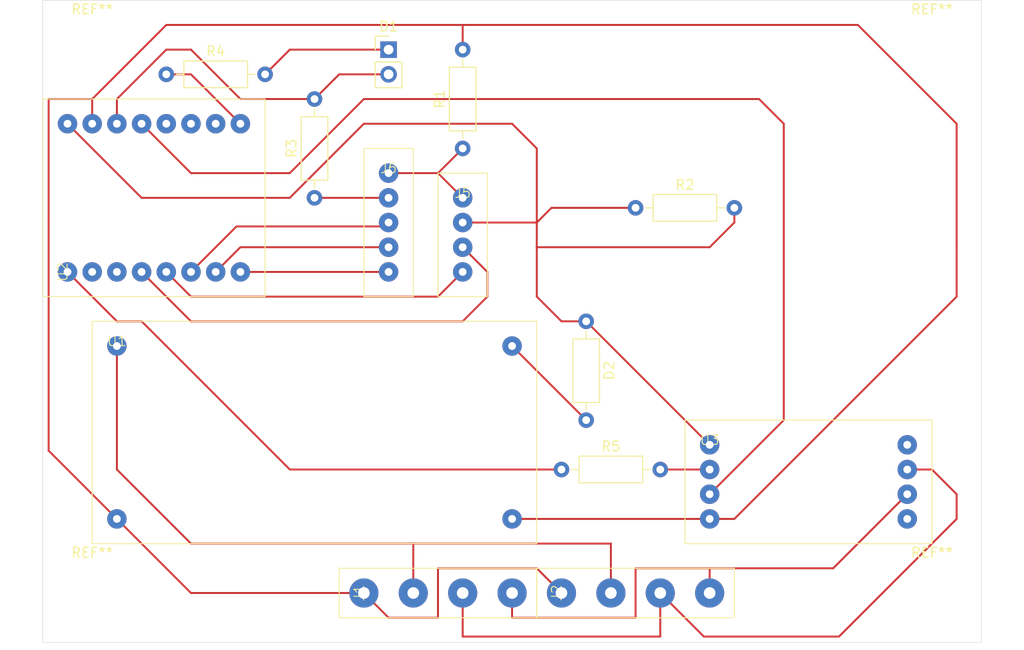
<source format=kicad_pcb>
(kicad_pcb (version 20241229) (generator "pcbnew") (generator_version "9.0")
  (layers (0 "F.Cu" signal) (2 "B.Cu" signal) (13 "F.Paste" user) (15 "B.Paste" user) (5 "F.SilkS" user "F.Silkscreen") (7 "B.SilkS" user "B.Silkscreen") (1 "F.Mask" user) (3 "B.Mask" user) (25 "Edge.Cuts" user))
  (net 0 "")
  (net 1 "/CANH")
  (net 2 "/CANL")
  (net 3 "/12V")
  (net 4 "/GND")
  (net 5 "/5V")
  (net 9 "Net-(J5-Pin_3)")
  (net 10 "Net-(J5-Pin_4)")
  (net 11 "Net-(D1-K)")
  (net 12 "Net-(J6-Pin_4)")
  (net 14 "Net-(J6-Pin_5)")
  (net 15 "Net-(J6-Pin_3)")
  (net 17 "Net-(U2-Pin_1)")
  (net 18 "/3V3")
  (net 19 "Net-(U2-Pin_13)")
  (net 22 "Net-(U2-Pin_9)")
  (net 23 "Net-(D2-A)")
  (net 24 "Net-(U3-Pin_2)")
  (footprint "Resistor_THT:R_Axial_DIN0207_L6.3mm_D2.5mm_P10.16mm_Horizontal" (layer "F.Cu") (at 81.28 58.42 -90)
    (property "Reference" "D2" (at 5.08 -2.37 90) (layer "F.SilkS"))
    (property "Value" "D")
    (fp_line (start 1.04 0) (end 1.81 0) (stroke (width 0.12)) (layer "F.SilkS"))
    (fp_line (start 9.12 0) (end 8.35 0) (stroke (width 0.12)) (layer "F.SilkS"))
    (fp_rect (start 1.81 -1.37) (end 8.35 1.37) (stroke (width 0.12)) (fill no) (layer "F.SilkS"))
    (pad "1" thru_hole circle (at 0 0 270) (size 1.6 1.6) (drill 0.8) (layers "*.Cu" "*.Mask") (net 5 "/5V"))
    (pad "2" thru_hole circle (at 10.16 0 270) (size 1.6 1.6) (drill 0.8) (layers "*.Cu" "*.Mask") (net 23 "Net-(D2-A)"))
  )
  (footprint "Resistor_THT:R_Axial_DIN0207_L6.3mm_D2.5mm_P10.16mm_Horizontal" (layer "F.Cu") (at 78.74 73.66)
    (property "Reference" "R5" (at 5.08 -2.37 0) (layer "F.SilkS"))
    (property "Value" "~")
    (fp_line (start 1.04 0) (end 1.81 0) (stroke (width 0.12)) (layer "F.SilkS"))
    (fp_line (start 9.12 0) (end 8.35 0) (stroke (width 0.12)) (layer "F.SilkS"))
    (fp_rect (start 1.81 -1.37) (end 8.35 1.37) (stroke (width 0.12)) (fill no) (layer "F.SilkS"))
    (pad "1" thru_hole circle (at 0 0) (size 1.6 1.6) (drill 0.8) (layers "*.Cu" "*.Mask") (net 17 "Net-(U2-Pin_1)"))
    (pad "2" thru_hole circle (at 10.16 0) (size 1.6 1.6) (drill 0.8) (layers "*.Cu" "*.Mask") (net 24 "Net-(U3-Pin_2)"))
  )
  (footprint "Peabrain:TJA1050" (layer "F.Cu") (at 93.98 71.12)
    (property "Reference" "U3" (at 0 -0.5 0) (layer "F.SilkS") (effects (font (thickness 0.1))))
    (property "Value" "TJA1050")
    (fp_rect (start -2.54 -2.54) (end 22.86 10.16) (stroke (width 0.1)) (fill no) (layer "F.SilkS"))
    (pad "1" thru_hole circle (at 0 0) (size 2 2) (drill 0.8) (layers "*.Cu" "F.Mask" "F.Paste") (net 5 "/5V"))
    (pad "2" thru_hole circle (at 0 2.54) (size 2 2) (drill 0.8) (layers "*.Cu" "F.Mask" "F.Paste") (net 24 "Net-(U3-Pin_2)"))
    (pad "3" thru_hole circle (at 0 5.08) (size 2 2) (drill 0.8) (layers "*.Cu" "F.Mask" "F.Paste") (net 19 "Net-(U2-Pin_13)"))
    (pad "4" thru_hole circle (at 0 7.62) (size 2 2) (drill 0.8) (layers "*.Cu" "F.Mask" "F.Paste") (net 4 "/GND"))
    (pad "5" thru_hole circle (at 20.32 7.62) (size 2 2) (drill 0.8) (layers "*.Cu" "F.Mask" "F.Paste"))
    (pad "6" thru_hole circle (at 20.32 5.08) (size 2 2) (drill 0.8) (layers "*.Cu" "F.Mask" "F.Paste") (net 2 "/CANL"))
    (pad "7" thru_hole circle (at 20.32 2.54) (size 2 2) (drill 0.8) (layers "*.Cu" "F.Mask" "F.Paste") (net 1 "/CANH"))
    (pad "8" thru_hole circle (at 20.32 0) (size 2 2) (drill 0.8) (layers "*.Cu" "F.Mask" "F.Paste"))
  )
  (footprint "Connector_PinHeader_2.54mm:PinHeader_1x02_P2.54mm_Vertical" (layer "F.Cu") (at 60.96 30.48)
    (property "Reference" "D1" (at 0 -2.38 0) (layer "F.SilkS"))
    (property "Value" "LED")
    (fp_line (start -1.38 -1.38) (end 0 -1.38) (stroke (width 0.12)) (layer "F.SilkS"))
    (fp_line (start -1.38 0) (end -1.38 -1.38) (stroke (width 0.12)) (layer "F.SilkS"))
    (fp_line (start -1.38 1.27) (end -1.38 3.92) (stroke (width 0.12)) (layer "F.SilkS"))
    (fp_line (start -1.38 1.27) (end 1.38 1.27) (stroke (width 0.12)) (layer "F.SilkS"))
    (fp_line (start -1.38 3.92) (end 1.38 3.92) (stroke (width 0.12)) (layer "F.SilkS"))
    (fp_line (start 1.38 1.27) (end 1.38 3.92) (stroke (width 0.12)) (layer "F.SilkS"))
    (pad "1" thru_hole rect (at 0 0) (size 1.7 1.7) (drill 1) (layers "*.Cu" "*.Mask") (net 11 "Net-(D1-K)"))
    (pad "2" thru_hole circle (at 0 2.54) (size 1.7 1.7) (drill 1) (layers "*.Cu" "*.Mask") (net 18 "/3V3"))
  )
  (footprint "MountingHole:MountingHole_3.2mm_M3" (layer "F.Cu") (at 30.48 30.48)
    (property "Reference" "REF**" (at 0 -4.15 0) (layer "F.SilkS"))
    (property "Value" "MountingHole_3.2mm_M3")
    (pad "" np_thru_hole circle (at 0 0) (size 3.2 3.2) (drill 3.2) (layers "*.Cu" "*.Mask"))
  )
  (footprint "Resistor_THT:R_Axial_DIN0207_L6.3mm_D2.5mm_P10.16mm_Horizontal" (layer "F.Cu") (at 38.1 33.02)
    (property "Reference" "R4" (at 5.08 -2.37 0) (layer "F.SilkS"))
    (property "Value" "R")
    (fp_line (start 1.04 0) (end 1.81 0) (stroke (width 0.12)) (layer "F.SilkS"))
    (fp_line (start 9.12 0) (end 8.35 0) (stroke (width 0.12)) (layer "F.SilkS"))
    (fp_rect (start 1.81 -1.37) (end 8.35 1.37) (stroke (width 0.12)) (fill no) (layer "F.SilkS"))
    (pad "1" thru_hole circle (at 0 0) (size 1.6 1.6) (drill 0.8) (layers "*.Cu" "*.Mask") (net 22 "Net-(U2-Pin_9)"))
    (pad "2" thru_hole circle (at 10.16 0) (size 1.6 1.6) (drill 0.8) (layers "*.Cu" "*.Mask") (net 11 "Net-(D1-K)"))
  )
  (footprint "Peabrain:ScrewTerminals_4P" (layer "F.Cu") (at 78.74 86.36 90)
    (property "Reference" "J2" (at 0 -0.5 90) (layer "F.SilkS") (effects (font (thickness 0.1))))
    (property "Value" "Screw Terminal")
    (fp_rect (start -2.54 -2.54) (end 2.54 17.78) (stroke (width 0.1)) (fill no) (layer "F.SilkS"))
    (pad "1" thru_hole circle (at 0 0 90) (size 3 3) (drill 1.2) (layers "*.Cu" "F.Mask" "F.Paste") (net 4 "/GND"))
    (pad "2" thru_hole circle (at 0 5.08 90) (size 3 3) (drill 1.2) (layers "*.Cu" "F.Mask" "F.Paste") (net 3 "/12V"))
    (pad "3" thru_hole circle (at 0 10.16 90) (size 3 3) (drill 1.2) (layers "*.Cu" "F.Mask" "F.Paste") (net 1 "/CANH"))
    (pad "4" thru_hole circle (at 0 15.24 90) (size 3 3) (drill 1.2) (layers "*.Cu" "F.Mask" "F.Paste") (net 2 "/CANL"))
  )
  (footprint "Resistor_THT:R_Axial_DIN0207_L6.3mm_D2.5mm_P10.16mm_Horizontal" (layer "F.Cu") (at 68.58 40.64 90)
    (property "Reference" "R1" (at 5.08 -2.37 90) (layer "F.SilkS"))
    (property "Value" "R")
    (fp_line (start 9.12 0) (end 8.35 0) (stroke (width 0.12)) (layer "F.SilkS"))
    (fp_line (start 1.04 0) (end 1.81 0) (stroke (width 0.12)) (layer "F.SilkS"))
    (fp_rect (start 1.81 -1.37) (end 8.35 1.37) (stroke (width 0.12)) (fill no) (layer "F.SilkS"))
    (pad "1" thru_hole circle (at 0 0 90) (size 1.6 1.6) (drill 0.8) (layers "*.Cu" "*.Mask") (net 4 "/GND"))
    (pad "2" thru_hole circle (at 10.16 0 90) (size 1.6 1.6) (drill 0.8) (layers "*.Cu" "*.Mask") (net 4 "/GND"))
  )
  (footprint "Peabrain:ScrewTerminals_4P" (layer "F.Cu") (at 58.42 86.36 90)
    (property "Reference" "J1" (at 0 -0.5 90) (layer "F.SilkS") (effects (font (thickness 0.1))))
    (property "Value" "Screw Termial")
    (fp_rect (start -2.54 -2.54) (end 2.54 17.78) (stroke (width 0.1)) (fill no) (layer "F.SilkS"))
    (pad "1" thru_hole circle (at 0 0 90) (size 3 3) (drill 1.2) (layers "*.Cu" "F.Mask" "F.Paste") (net 4 "/GND"))
    (pad "2" thru_hole circle (at 0 5.08 90) (size 3 3) (drill 1.2) (layers "*.Cu" "F.Mask" "F.Paste") (net 3 "/12V"))
    (pad "3" thru_hole circle (at 0 10.16 90) (size 3 3) (drill 1.2) (layers "*.Cu" "F.Mask" "F.Paste") (net 1 "/CANH"))
    (pad "4" thru_hole circle (at 0 15.24 90) (size 3 3) (drill 1.2) (layers "*.Cu" "F.Mask" "F.Paste") (net 2 "/CANL"))
  )
  (footprint "MountingHole:MountingHole_3.2mm_M3" (layer "F.Cu") (at 116.84 86.36)
    (property "Reference" "REF**" (at 0 -4.15 0) (layer "F.SilkS"))
    (property "Value" "MountingHole_3.2mm_M3")
    (pad "" np_thru_hole circle (at 0 0) (size 3.2 3.2) (drill 3.2) (layers "*.Cu" "*.Mask"))
  )
  (footprint "Resistor_THT:R_Axial_DIN0207_L6.3mm_D2.5mm_P10.16mm_Horizontal" (layer "F.Cu") (at 53.34 45.72 90)
    (property "Reference" "R3" (at 5.08 -2.37 90) (layer "F.SilkS"))
    (property "Value" "R")
    (fp_line (start 9.12 0) (end 8.35 0) (stroke (width 0.12)) (layer "F.SilkS"))
    (fp_line (start 1.04 0) (end 1.81 0) (stroke (width 0.12)) (layer "F.SilkS"))
    (fp_rect (start 1.81 -1.37) (end 8.35 1.37) (stroke (width 0.12)) (fill no) (layer "F.SilkS"))
    (pad "1" thru_hole circle (at 0 0 90) (size 1.6 1.6) (drill 0.8) (layers "*.Cu" "*.Mask") (net 18 "/3V3"))
    (pad "2" thru_hole circle (at 10.16 0 90) (size 1.6 1.6) (drill 0.8) (layers "*.Cu" "*.Mask") (net 18 "/3V3"))
  )
  (footprint "Peabrain:VoltageRegulator" (layer "F.Cu") (at 33.02 60.96)
    (property "Reference" "U1" (at 0 -0.5 0) (layer "F.SilkS") (effects (font (thickness 0.1))))
    (property "Value" "VoltageRegulator")
    (fp_rect (start -2.54 -2.54) (end 43.18 20.32) (stroke (width 0.1)) (fill no) (layer "F.SilkS"))
    (pad "1" thru_hole circle (at 0 0) (size 2 2) (drill 0.8) (layers "*.Cu" "F.Mask" "F.Paste") (net 3 "/12V"))
    (pad "2" thru_hole circle (at 0 17.78) (size 2 2) (drill 0.8) (layers "*.Cu" "F.Mask" "F.Paste") (net 4 "/GND"))
    (pad "3" thru_hole circle (at 40.64 17.78) (size 2 2) (drill 0.8) (layers "*.Cu" "F.Mask" "F.Paste") (net 4 "/GND"))
    (pad "4" thru_hole circle (at 40.64 0) (size 2 2) (drill 0.8) (layers "*.Cu" "F.Mask" "F.Paste") (net 23 "Net-(D2-A)"))
  )
  (footprint "MountingHole:MountingHole_3.2mm_M3" (layer "F.Cu") (at 116.84 30.48)
    (property "Reference" "REF**" (at 0 -4.15 0) (layer "F.SilkS"))
    (property "Value" "MountingHole_3.2mm_M3")
    (pad "" np_thru_hole circle (at 0 0) (size 3.2 3.2) (drill 3.2) (layers "*.Cu" "*.Mask"))
  )
  (footprint "Resistor_THT:R_Axial_DIN0207_L6.3mm_D2.5mm_P10.16mm_Horizontal" (layer "F.Cu") (at 86.36 46.75)
    (property "Reference" "R2" (at 5.08 -2.37 0) (layer "F.SilkS"))
    (property "Value" "R")
    (fp_line (start 1.04 0) (end 1.81 0) (stroke (width 0.12)) (layer "F.SilkS"))
    (fp_line (start 9.12 0) (end 8.35 0) (stroke (width 0.12)) (layer "F.SilkS"))
    (fp_rect (start 1.81 -1.37) (end 8.35 1.37) (stroke (width 0.12)) (fill no) (layer "F.SilkS"))
    (pad "1" thru_hole circle (at 0 0) (size 1.6 1.6) (drill 0.8) (layers "*.Cu" "*.Mask") (net 5 "/5V"))
    (pad "2" thru_hole circle (at 10.16 0) (size 1.6 1.6) (drill 0.8) (layers "*.Cu" "*.Mask") (net 5 "/5V"))
  )
  (footprint "Peabrain:RotaryEncoderConnection" (layer "F.Cu") (at 60.96 43.18)
    (property "Reference" "J6" (at 0 -0.5 0) (layer "F.SilkS") (effects (font (thickness 0.1))))
    (property "Value" "RotaryEncoder")
    (fp_rect (start -2.54 -2.54) (end 2.54 12.7) (stroke (width 0.1)) (fill no) (layer "F.SilkS"))
    (pad "1" thru_hole circle (at 0 0) (size 2 2) (drill 0.8) (layers "*.Cu" "F.Mask" "F.Paste") (net 4 "/GND"))
    (pad "2" thru_hole circle (at 0 2.54) (size 2 2) (drill 0.8) (layers "*.Cu" "F.Mask" "F.Paste") (net 18 "/3V3"))
    (pad "3" thru_hole circle (at 0 5.08) (size 2 2) (drill 0.8) (layers "*.Cu" "F.Mask" "F.Paste") (net 15 "Net-(J6-Pin_3)"))
    (pad "4" thru_hole circle (at 0 7.62) (size 2 2) (drill 0.8) (layers "*.Cu" "F.Mask" "F.Paste") (net 12 "Net-(J6-Pin_4)"))
    (pad "5" thru_hole circle (at 0 10.16) (size 2 2) (drill 0.8) (layers "*.Cu" "F.Mask" "F.Paste") (net 14 "Net-(J6-Pin_5)"))
  )
  (footprint "Peabrain:I2C_Connector" (layer "F.Cu") (at 68.58 45.72)
    (property "Reference" "J5" (at 0 -0.5 0) (layer "F.SilkS") (effects (font (thickness 0.1))))
    (property "Value" "I2C")
    (fp_rect (start -2.54 -2.54) (end 2.54 10.16) (stroke (width 0.1)) (fill no) (layer "F.SilkS"))
    (pad "1" thru_hole circle (at 0 0) (size 2 2) (drill 0.8) (layers "*.Cu" "F.Mask" "F.Paste") (net 4 "/GND"))
    (pad "2" thru_hole circle (at 0 2.54) (size 2 2) (drill 0.8) (layers "*.Cu" "F.Mask" "F.Paste") (net 5 "/5V"))
    (pad "3" thru_hole circle (at 0 5.08) (size 2 2) (drill 0.8) (layers "*.Cu" "F.Mask" "F.Paste") (net 9 "Net-(J5-Pin_3)"))
    (pad "4" thru_hole circle (at 0 7.62) (size 2 2) (drill 0.8) (layers "*.Cu" "F.Mask" "F.Paste") (net 10 "Net-(J5-Pin_4)"))
  )
  (footprint "Peabrain:ESP32" (layer "F.Cu") (at 27.94 53.34 90)
    (property "Reference" "U2" (at 0 -0.5 90) (layer "F.SilkS") (effects (font (thickness 0.1))))
    (property "Value" "ESP32")
    (fp_rect (start -2.54 -2.54) (end 17.78 20.32) (stroke (width 0.1)) (fill no) (layer "F.SilkS"))
    (pad "1" thru_hole circle (at 0 0 90) (size 2 2) (drill 0.8) (layers "*.Cu" "F.Mask" "F.Paste") (net 17 "Net-(U2-Pin_1)"))
    (pad "2" thru_hole circle (at 0 2.54 90) (size 2 2) (drill 0.8) (layers "*.Cu" "F.Mask" "F.Paste"))
    (pad "3" thru_hole circle (at 0 5.08 90) (size 2 2) (drill 0.8) (layers "*.Cu" "F.Mask" "F.Paste"))
    (pad "4" thru_hole circle (at 0 7.62 90) (size 2 2) (drill 0.8) (layers "*.Cu" "F.Mask" "F.Paste") (net 9 "Net-(J5-Pin_3)"))
    (pad "5" thru_hole circle (at 0 10.16 90) (size 2 2) (drill 0.8) (layers "*.Cu" "F.Mask" "F.Paste") (net 10 "Net-(J5-Pin_4)"))
    (pad "6" thru_hole circle (at 0 12.7 90) (size 2 2) (drill 0.8) (layers "*.Cu" "F.Mask" "F.Paste") (net 15 "Net-(J6-Pin_3)"))
    (pad "7" thru_hole circle (at 0 15.24 90) (size 2 2) (drill 0.8) (layers "*.Cu" "F.Mask" "F.Paste") (net 12 "Net-(J6-Pin_4)"))
    (pad "8" thru_hole circle (at 0 17.78 90) (size 2 2) (drill 0.8) (layers "*.Cu" "F.Mask" "F.Paste") (net 14 "Net-(J6-Pin_5)"))
    (pad "9" thru_hole circle (at 15.24 17.78 90) (size 2 2) (drill 0.8) (layers "*.Cu" "F.Mask" "F.Paste") (net 22 "Net-(U2-Pin_9)"))
    (pad "10" thru_hole circle (at 15.24 15.24 90) (size 2 2) (drill 0.8) (layers "*.Cu" "F.Mask" "F.Paste"))
    (pad "11" thru_hole circle (at 15.24 12.7 90) (size 2 2) (drill 0.8) (layers "*.Cu" "F.Mask" "F.Paste"))
    (pad "12" thru_hole circle (at 15.24 10.16 90) (size 2 2) (drill 0.8) (layers "*.Cu" "F.Mask" "F.Paste"))
    (pad "13" thru_hole circle (at 15.24 7.62 90) (size 2 2) (drill 0.8) (layers "*.Cu" "F.Mask" "F.Paste") (net 19 "Net-(U2-Pin_13)"))
    (pad "14" thru_hole circle (at 15.24 5.08 90) (size 2 2) (drill 0.8) (layers "*.Cu" "F.Mask" "F.Paste") (net 18 "/3V3"))
    (pad "15" thru_hole circle (at 15.24 2.54 90) (size 2 2) (drill 0.8) (layers "*.Cu" "F.Mask" "F.Paste") (net 4 "/GND"))
    (pad "16" thru_hole circle (at 15.24 0 90) (size 2 2) (drill 0.8) (layers "*.Cu" "F.Mask" "F.Paste") (net 5 "/5V"))
  )
  (footprint "MountingHole:MountingHole_3.2mm_M3" (layer "F.Cu") (at 30.48 86.36)
    (property "Reference" "REF**" (at 0 -4.15 0) (layer "F.SilkS"))
    (property "Value" "MountingHole_3.2mm_M3")
    (pad "" np_thru_hole circle (at 0 0) (size 3.2 3.2) (drill 3.2) (layers "*.Cu" "*.Mask"))
  )
  (gr_line (start 73.66 60.96) (end 81.28 68.58) (stroke (width 0.2)) (layer "F.Cu") (net 23))
  (gr_line (start 119.38 50.8) (end 119.38 38.1) (stroke (width 0.2)) (layer "F.Cu") (net 4))
  (gr_line (start 109.22 27.94) (end 119.38 38.1) (stroke (width 0.2)) (layer "F.Cu") (net 4))
  (gr_line (start 73.66 78.74) (end 96.52 78.74) (stroke (width 0.2)) (layer "F.Cu") (net 4))
  (gr_rect (start 25.4 25.4) (end 121.92 91.44) (stroke (width 0.05)) (fill no) (layer "Edge.Cuts"))
  (segment (start 114.3 73.66) (end 116.84 73.66) (width 0.2) (layer "F.Cu") (net 1))
  (segment (start 93.379 90.839) (end 107.281 90.839) (width 0.2) (layer "F.Cu") (net 1))
  (segment (start 119.38 78.74) (end 107.281 90.839) (width 0.2) (layer "F.Cu") (net 1))
  (segment (start 88.9 90.839) (end 88.9 86.36) (width 0.2) (layer "F.Cu") (net 1))
  (segment (start 116.84 73.66) (end 119.38 76.2) (width 0.2) (layer "F.Cu") (net 1))
  (segment (start 68.58 86.36) (end 68.58 90.839) (width 0.2) (layer "F.Cu") (net 1))
  (segment (start 88.9 86.36) (end 93.379 90.839) (width 0.2) (layer "F.Cu") (net 1))
  (segment (start 68.58 90.839) (end 88.9 90.839) (width 0.2) (layer "F.Cu") (net 1))
  (segment (start 119.38 76.2) (end 119.38 78.74) (width 0.2) (layer "F.Cu") (net 1))
  (segment (start 106.68 83.82) (end 114.3 76.2) (width 0.2) (layer "F.Cu") (net 2))
  (segment (start 93.98 83.82) (end 106.68 83.82) (width 0.2) (layer "F.Cu") (net 2))
  (segment (start 86.36 88.9) (end 86.36 83.82) (width 0.2) (layer "F.Cu") (net 2))
  (segment (start 73.66 88.9) (end 86.36 88.9) (width 0.2) (layer "F.Cu") (net 2))
  (segment (start 86.36 83.82) (end 93.98 83.82) (width 0.2) (layer "F.Cu") (net 2))
  (segment (start 93.98 83.82) (end 93.98 86.36) (width 0.2) (layer "F.Cu") (net 2))
  (segment (start 73.66 86.36) (end 73.66 88.9) (width 0.2) (layer "F.Cu") (net 2))
  (segment (start 33.02 73.66) (end 33.02 60.96) (width 0.2) (layer "F.Cu") (net 3))
  (segment (start 40.64 81.28) (end 33.02 73.66) (width 0.2) (layer "F.Cu") (net 3))
  (segment (start 63.5 81.28) (end 40.64 81.28) (width 0.2) (layer "F.Cu") (net 3))
  (segment (start 63.5 81.28) (end 83.82 81.28) (width 0.2) (layer "F.Cu") (net 3))
  (segment (start 83.82 81.28) (end 83.82 86.36) (width 0.2) (layer "F.Cu") (net 3))
  (segment (start 63.5 86.36) (end 63.5 81.28) (width 0.2) (layer "F.Cu") (net 3))
  (segment (start 26.001 48.26) (end 26.001 71.721) (width 0.2) (layer "F.Cu") (net 4))
  (segment (start 58.42 86.36) (end 40.64 86.36) (width 0.2) (layer "F.Cu") (net 4))
  (segment (start 68.58 30.48) (end 68.58 27.94) (width 0.2) (layer "F.Cu") (net 4))
  (segment (start 30.48 35.56) (end 26.001 35.56) (width 0.2) (layer "F.Cu") (net 4))
  (segment (start 26.001 71.721) (end 33.02 78.74) (width 0.2) (layer "F.Cu") (net 4))
  (segment (start 68.58 27.94) (end 109.22 27.94) (width 0.2) (layer "F.Cu") (net 4))
  (segment (start 66.04 43.18) (end 68.58 40.64) (width 0.2) (layer "F.Cu") (net 4))
  (segment (start 40.64 86.36) (end 33.02 78.74) (width 0.2) (layer "F.Cu") (net 4))
  (segment (start 96.52 78.74) (end 119.38 55.88) (width 0.2) (layer "F.Cu") (net 4))
  (segment (start 119.38 55.88) (end 119.38 50.8) (width 0.2) (layer "F.Cu") (net 4))
  (segment (start 60.96 43.18) (end 66.04 43.18) (width 0.2) (layer "F.Cu") (net 4))
  (segment (start 58.42 86.36) (end 60.96 88.9) (width 0.2) (layer "F.Cu") (net 4))
  (segment (start 66.04 88.9) (end 66.04 83.82) (width 0.2) (layer "F.Cu") (net 4))
  (segment (start 76.2 83.82) (end 78.74 86.36) (width 0.2) (layer "F.Cu") (net 4))
  (segment (start 26.001 35.56) (end 26.001 48.26) (width 0.2) (layer "F.Cu") (net 4))
  (segment (start 60.96 88.9) (end 66.04 88.9) (width 0.2) (layer "F.Cu") (net 4))
  (segment (start 30.48 35.56) (end 38.1 27.94) (width 0.2) (layer "F.Cu") (net 4))
  (segment (start 30.48 38.1) (end 30.48 35.56) (width 0.2) (layer "F.Cu") (net 4))
  (segment (start 66.04 43.18) (end 68.58 45.72) (width 0.2) (layer "F.Cu") (net 4))
  (segment (start 66.04 83.82) (end 76.2 83.82) (width 0.2) (layer "F.Cu") (net 4))
  (segment (start 38.1 27.94) (end 68.58 27.94) (width 0.2) (layer "F.Cu") (net 4))
  (segment (start 93.98 50.8) (end 76.2 50.8) (width 0.2) (layer "F.Cu") (net 5))
  (segment (start 76.2 48.26) (end 76.2 50.8) (width 0.2) (layer "F.Cu") (net 5))
  (segment (start 68.58 48.26) (end 76.2 48.26) (width 0.2) (layer "F.Cu") (net 5))
  (segment (start 77.71 46.75) (end 76.2 48.26) (width 0.2) (layer "F.Cu") (net 5))
  (segment (start 76.2 40.64) (end 76.2 48.26) (width 0.2) (layer "F.Cu") (net 5))
  (segment (start 86.36 46.75) (end 77.71 46.75) (width 0.2) (layer "F.Cu") (net 5))
  (segment (start 96.52 46.75) (end 96.52 48.26) (width 0.2) (layer "F.Cu") (net 5))
  (segment (start 27.94 38.1) (end 35.56 45.72) (width 0.2) (layer "F.Cu") (net 5))
  (segment (start 78.74 58.42) (end 81.28 58.42) (width 0.2) (layer "F.Cu") (net 5))
  (segment (start 81.28 58.42) (end 93.98 71.12) (width 0.2) (layer "F.Cu") (net 5))
  (segment (start 76.2 55.88) (end 78.74 58.42) (width 0.2) (layer "F.Cu") (net 5))
  (segment (start 58.42 38.1) (end 73.66 38.1) (width 0.2) (layer "F.Cu") (net 5))
  (segment (start 76.2 50.8) (end 76.2 55.88) (width 0.2) (layer "F.Cu") (net 5))
  (segment (start 96.52 48.26) (end 93.98 50.8) (width 0.2) (layer "F.Cu") (net 5))
  (segment (start 73.66 38.1) (end 76.2 40.64) (width 0.2) (layer "F.Cu") (net 5))
  (segment (start 50.8 45.72) (end 58.42 38.1) (width 0.2) (layer "F.Cu") (net 5))
  (segment (start 35.56 45.72) (end 50.8 45.72) (width 0.2) (layer "F.Cu") (net 5))
  (segment (start 71.12 55.88) (end 71.12 53.34) (width 0.2) (layer "F.Cu") (net 9))
  (segment (start 68.58 58.42) (end 71.12 55.88) (width 0.2) (layer "F.Cu") (net 9))
  (segment (start 40.64 58.42) (end 68.58 58.42) (width 0.2) (layer "F.Cu") (net 9))
  (segment (start 35.56 53.34) (end 40.64 58.42) (width 0.2) (layer "F.Cu") (net 9))
  (segment (start 71.12 53.34) (end 68.58 50.8) (width 0.2) (layer "F.Cu") (net 9))
  (segment (start 40.64 55.88) (end 38.1 53.34) (width 0.2) (layer "F.Cu") (net 10))
  (segment (start 66.04 55.88) (end 40.64 55.88) (width 0.2) (layer "F.Cu") (net 10))
  (segment (start 68.58 53.34) (end 66.04 55.88) (width 0.2) (layer "F.Cu") (net 10))
  (segment (start 50.8 30.48) (end 60.96 30.48) (width 0.2) (layer "F.Cu") (net 11))
  (segment (start 48.26 33.02) (end 50.8 30.48) (width 0.2) (layer "F.Cu") (net 11))
  (segment (start 43.18 53.34) (end 45.72 50.8) (width 0.2) (layer "F.Cu") (net 12))
  (segment (start 45.72 50.8) (end 60.96 50.8) (width 0.2) (layer "F.Cu") (net 12))
  (segment (start 45.72 53.34) (end 60.96 53.34) (width 0.2) (layer "F.Cu") (net 14))
  (segment (start 60.559 48.661) (end 60.96 48.26) (width 0.2) (layer "F.Cu") (net 15))
  (segment (start 45.319 48.661) (end 60.559 48.661) (width 0.2) (layer "F.Cu") (net 15))
  (segment (start 40.64 53.34) (end 45.319 48.661) (width 0.2) (layer "F.Cu") (net 15))
  (segment (start 50.8 73.66) (end 78.74 73.66) (width 0.2) (layer "F.Cu") (net 17))
  (segment (start 27.94 53.34) (end 33.02 58.42) (width 0.2) (layer "F.Cu") (net 17))
  (segment (start 33.02 58.42) (end 35.56 58.42) (width 0.2) (layer "F.Cu") (net 17))
  (segment (start 35.56 58.42) (end 50.8 73.66) (width 0.2) (layer "F.Cu") (net 17))
  (segment (start 33.02 38.1) (end 33.02 35.56) (width 0.2) (layer "F.Cu") (net 18))
  (segment (start 38.1 30.48) (end 40.64 30.48) (width 0.2) (layer "F.Cu") (net 18))
  (segment (start 40.64 30.48) (end 45.72 35.56) (width 0.2) (layer "F.Cu") (net 18))
  (segment (start 53.34 35.56) (end 55.88 33.02) (width 0.2) (layer "F.Cu") (net 18))
  (segment (start 45.72 35.56) (end 53.34 35.56) (width 0.2) (layer "F.Cu") (net 18))
  (segment (start 53.34 45.72) (end 60.96 45.72) (width 0.2) (layer "F.Cu") (net 18))
  (segment (start 55.88 33.02) (end 60.96 33.02) (width 0.2) (layer "F.Cu") (net 18))
  (segment (start 33.02 35.56) (end 38.1 30.48) (width 0.2) (layer "F.Cu") (net 18))
  (segment (start 58.42 35.56) (end 99.06 35.56) (width 0.2) (layer "F.Cu") (net 19))
  (segment (start 99.06 35.56) (end 101.6 38.1) (width 0.2) (layer "F.Cu") (net 19))
  (segment (start 35.56 38.1) (end 40.64 43.18) (width 0.2) (layer "F.Cu") (net 19))
  (segment (start 50.8 43.18) (end 58.42 35.56) (width 0.2) (layer "F.Cu") (net 19))
  (segment (start 93.98 76.2) (end 101.6 68.58) (width 0.2) (layer "F.Cu") (net 19))
  (segment (start 40.64 43.18) (end 50.8 43.18) (width 0.2) (layer "F.Cu") (net 19))
  (segment (start 101.6 38.1) (end 101.6 68.58) (width 0.2) (layer "F.Cu") (net 19))
  (segment (start 45.72 38.1) (end 40.64 33.02) (width 0.2) (layer "F.Cu") (net 22))
  (segment (start 40.64 33.02) (end 38.1 33.02) (width 0.2) (layer "F.Cu") (net 22))
  (segment (start 88.9 73.66) (end 93.98 73.66) (width 0.2) (layer "F.Cu") (net 24))
)
</source>
